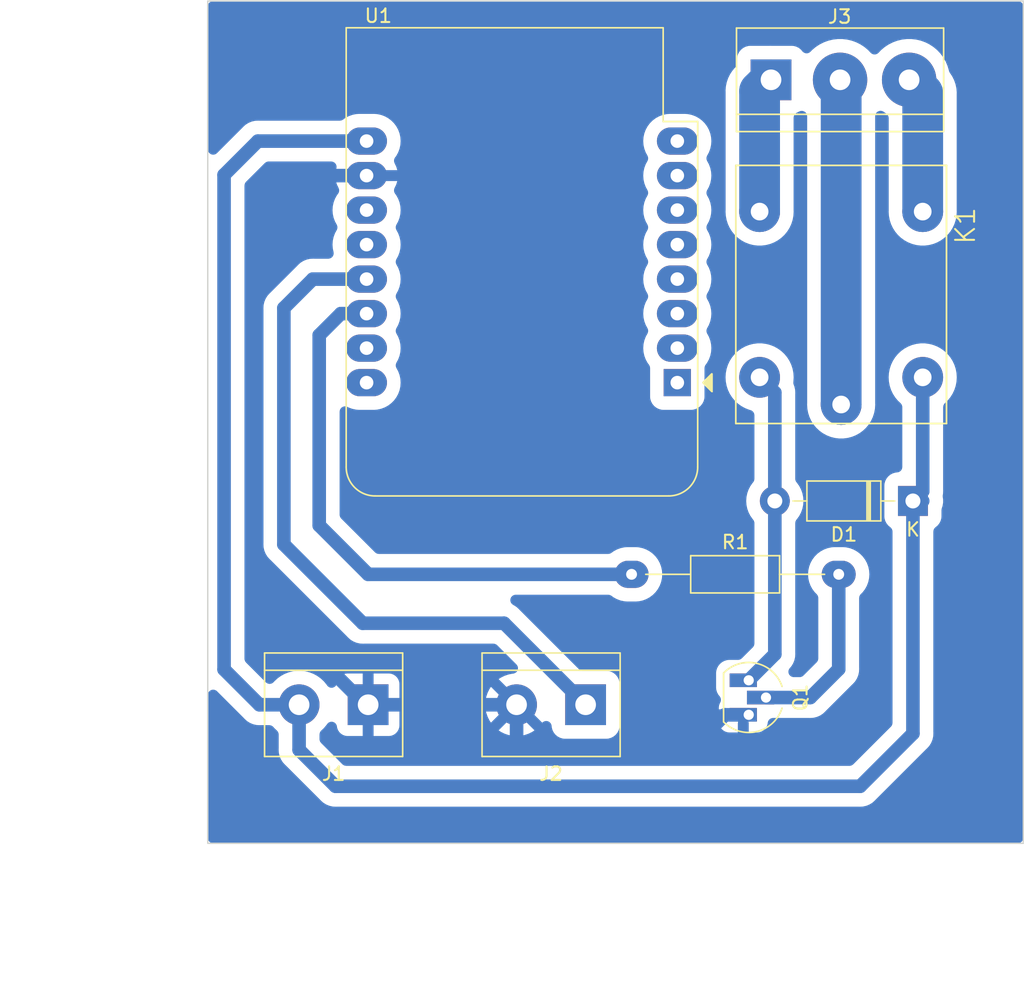
<source format=kicad_pcb>
(kicad_pcb (version 20221018) (generator pcbnew)
  (layers (0 "F.Cu" signal) (31 "B.Cu" signal) (34 "B.Paste" user) (35 "F.Paste" user) (36 "B.SilkS" user "B.Silkscreen") (37 "F.SilkS" user "F.Silkscreen") (38 "B.Mask" user) (39 "F.Mask" user) (44 "Edge.Cuts" user))
  (net 0 "")
  (net 1 "+5V")
  (net 2 "Net-(D1-A)")
  (net 3 "GND")
  (net 4 "Net-(J2-Pin_1)")
  (net 5 "Net-(J3-Pin_1)")
  (net 6 "Net-(J3-Pin_2)")
  (net 7 "Net-(J3-Pin_3)")
  (net 8 "Net-(Q1-B)")
  (net 9 "Net-(U1-SCL{slash}D1)")
  (footprint "JQC-3F-1C-24VDC:RELAY_JQC-3F-1C-24VDC" (layer "F.Cu") (at 120.6 73.6 -90)
    (fp_text reference "K1" (at -5.055 -9.139 90) (layer "F.SilkS") (effects (font (size 1.4 1.4))))
    (fp_text value "JQC-3F-1C-24VDC")
    (fp_line (start -9.5 -7.75) (end 9.5 -7.75) (stroke (width 0.127)) (layer "F.SilkS"))
    (fp_line (start -9.5 7.75) (end -9.5 -7.75) (stroke (width 0.127)) (layer "F.SilkS"))
    (fp_line (start 9.5 -7.75) (end 9.5 7.75) (stroke (width 0.127)) (layer "F.SilkS"))
    (fp_line (start 9.5 7.75) (end -9.5 7.75) (stroke (width 0.127)) (layer "F.SilkS"))
    (pad "COIL1" thru_hole circle (at 6.1 -6 270) (size 3 3) (drill 1.3) (layers "*.Cu" "*.Mask") (net 1 "+5V"))
    (pad "COIL2" thru_hole circle (at 6.1 6 270) (size 3 3) (drill 1.3) (layers "*.Cu" "*.Mask") (net 2 "Net-(D1-A)"))
    (pad "COM" thru_hole circle (at 8.1 0 270) (size 3 3) (drill 1.3) (layers "*.Cu" "*.Mask") (net 6 "Net-(J3-Pin_2)"))
    (pad "NC" thru_hole circle (at -6.1 6 270) (size 3 3) (drill 1.3) (layers "*.Cu" "*.Mask") (net 5 "Net-(J3-Pin_1)"))
    (pad "NO" thru_hole circle (at -6.1 -6 270) (size 3 3) (drill 1.3) (layers "*.Cu" "*.Mask") (net 7 "Net-(J3-Pin_3)"))
  )
  (footprint "Resistor_THT:R_Axial_DIN0207_L6.3mm_D2.5mm_P15.24mm_Horizontal" (layer "F.Cu") (at 105.18 94.2)
    (fp_text reference "R1" (at 7.62 -2.37) (layer "F.SilkS"))
    (fp_text value "4,7K")
    (fp_line (start 1.04 0) (end 4.35 0) (stroke (width 0.12)) (layer "F.SilkS"))
    (fp_line (start 4.35 -1.37) (end 4.35 1.37) (stroke (width 0.12)) (layer "F.SilkS"))
    (fp_line (start 4.35 1.37) (end 10.89 1.37) (stroke (width 0.12)) (layer "F.SilkS"))
    (fp_line (start 10.89 -1.37) (end 4.35 -1.37) (stroke (width 0.12)) (layer "F.SilkS"))
    (fp_line (start 10.89 1.37) (end 10.89 -1.37) (stroke (width 0.12)) (layer "F.SilkS"))
    (fp_line (start 14.2 0) (end 10.89 0) (stroke (width 0.12)) (layer "F.SilkS"))
    (pad "1" thru_hole oval (at 0 0) (size 2.5 2) (drill 0.8) (layers "*.Cu" "*.Mask") (net 9 "Net-(U1-SCL{slash}D1)"))
    (pad "2" thru_hole oval (at 15.24 0) (size 2.5 2) (drill 0.8) (layers "*.Cu" "*.Mask") (net 8 "Net-(Q1-B)"))
  )
  (footprint "TerminalBlock:TerminalBlock_bornier-2_P5.08mm" (layer "F.Cu") (at 101.8 103.8 180)
    (fp_text reference "J2" (at 2.54 -5.08) (layer "F.SilkS"))
    (fp_text value "CP-Signal & PP-GND")
    (fp_line (start -2.54 -3.81) (end -2.54 3.81) (stroke (width 0.12)) (layer "F.SilkS"))
    (fp_line (start -2.54 3.81) (end 7.62 3.81) (stroke (width 0.12)) (layer "F.SilkS"))
    (fp_line (start 7.62 -3.81) (end -2.54 -3.81) (stroke (width 0.12)) (layer "F.SilkS"))
    (fp_line (start 7.62 2.54) (end -2.54 2.54) (stroke (width 0.12)) (layer "F.SilkS"))
    (fp_line (start 7.62 3.81) (end 7.62 -3.81) (stroke (width 0.12)) (layer "F.SilkS"))
    (pad "1" thru_hole rect (at 0 0 180) (size 3 3) (drill 1.52) (layers "*.Cu" "*.Mask") (net 4 "Net-(J2-Pin_1)"))
    (pad "2" thru_hole circle (at 5.08 0 180) (size 3 3) (drill 1.52) (layers "*.Cu" "*.Mask") (net 3 "GND"))
  )
  (footprint "TerminalBlock:TerminalBlock_bornier-2_P5.08mm" (layer "F.Cu") (at 85.8 103.8 180)
    (fp_text reference "J1" (at 2.54 -5.08) (layer "F.SilkS"))
    (fp_text value "Voltage-IN")
    (fp_line (start -2.54 -3.81) (end -2.54 3.81) (stroke (width 0.12)) (layer "F.SilkS"))
    (fp_line (start -2.54 3.81) (end 7.62 3.81) (stroke (width 0.12)) (layer "F.SilkS"))
    (fp_line (start 7.62 -3.81) (end -2.54 -3.81) (stroke (width 0.12)) (layer "F.SilkS"))
    (fp_line (start 7.62 2.54) (end -2.54 2.54) (stroke (width 0.12)) (layer "F.SilkS"))
    (fp_line (start 7.62 3.81) (end 7.62 -3.81) (stroke (width 0.12)) (layer "F.SilkS"))
    (pad "1" thru_hole rect (at 0 0 180) (size 3 3) (drill 1.52) (layers "*.Cu" "*.Mask") (net 3 "GND"))
    (pad "2" thru_hole circle (at 5.08 0 180) (size 3 3) (drill 1.52) (layers "*.Cu" "*.Mask") (net 1 "+5V"))
  )
  (footprint "Diode_THT:D_DO-41_SOD81_P10.16mm_Horizontal" (layer "F.Cu") (at 125.88 88.8 180)
    (fp_text reference "D1" (at 5.08 -2.47) (layer "F.SilkS"))
    (fp_text value "1N4007")
    (fp_text user "K" (at 0 -2.1) (layer "F.SilkS"))
    (fp_line (start 1.34 0) (end 2.36 0) (stroke (width 0.12)) (layer "F.SilkS"))
    (fp_line (start 2.36 -1.47) (end 2.36 1.47) (stroke (width 0.12)) (layer "F.SilkS"))
    (fp_line (start 2.36 1.47) (end 7.8 1.47) (stroke (width 0.12)) (layer "F.SilkS"))
    (fp_line (start 3.14 -1.47) (end 3.14 1.47) (stroke (width 0.12)) (layer "F.SilkS"))
    (fp_line (start 3.26 -1.47) (end 3.26 1.47) (stroke (width 0.12)) (layer "F.SilkS"))
    (fp_line (start 3.38 -1.47) (end 3.38 1.47) (stroke (width 0.12)) (layer "F.SilkS"))
    (fp_line (start 7.8 -1.47) (end 2.36 -1.47) (stroke (width 0.12)) (layer "F.SilkS"))
    (fp_line (start 7.8 1.47) (end 7.8 -1.47) (stroke (width 0.12)) (layer "F.SilkS"))
    (fp_line (start 8.82 0) (end 7.8 0) (stroke (width 0.12)) (layer "F.SilkS"))
    (pad "1" thru_hole rect (at 0 0 180) (size 2.2 2.2) (drill 1.1) (layers "*.Cu" "*.Mask") (net 1 "+5V"))
    (pad "2" thru_hole oval (at 10.16 0 180) (size 2.2 2.2) (drill 1.1) (layers "*.Cu" "*.Mask") (net 2 "Net-(D1-A)"))
  )
  (footprint "Module:WEMOS_D1_mini_light" (layer "F.Cu") (at 108.545 80.09 180)
    (fp_text reference "U1" (at 22 27) (layer "F.SilkS"))
    (fp_text value "WeMos_D1_mini")
    (fp_line (start -1.5 19.22) (end -1.5 -6.21) (stroke (width 0.12)) (layer "F.SilkS"))
    (fp_line (start -1.5 19.22) (end 1.04 19.22) (stroke (width 0.12)) (layer "F.SilkS"))
    (fp_line (start 1.04 19.22) (end 1.04 26.12) (stroke (width 0.12)) (layer "F.SilkS"))
    (fp_line (start 1.04 26.12) (end 24.36 26.12) (stroke (width 0.12)) (layer "F.SilkS"))
    (fp_line (start 22.24 -8.34) (end 0.63 -8.34) (stroke (width 0.12)) (layer "F.SilkS"))
    (fp_line (start 24.36 26.12) (end 24.36 -6.21) (stroke (width 0.12)) (layer "F.SilkS"))
    (fp_arc (start -1.5 -6.21) (mid -0.876137 -7.716137) (end 0.63 -8.34) (stroke (width 0.12)) (layer "F.SilkS"))
    (fp_arc (start 22.23 -8.34) (mid 23.736137 -7.716137) (end 24.36 -6.21) (stroke (width 0.12)) (layer "F.SilkS"))
    (fp_poly (pts (xy -2.54 -0.635) (xy -2.54 0.635) (xy -1.905 0)) (stroke (width 0.15)) (fill solid) (layer "F.SilkS"))
    (pad "1" thru_hole rect (at 0 0 180) (size 2 2) (drill 1) (layers "*.Cu" "*.Mask"))
    (pad "2" thru_hole oval (at 0 2.54 180) (size 3 2) (drill 1) (layers "*.Cu" "*.Mask"))
    (pad "3" thru_hole oval (at 0 5.08 180) (size 3 2) (drill 1) (layers "*.Cu" "*.Mask"))
    (pad "4" thru_hole oval (at 0 7.62 180) (size 3 2) (drill 1) (layers "*.Cu" "*.Mask"))
    (pad "5" thru_hole oval (at 0 10.16 180) (size 3 2) (drill 1) (layers "*.Cu" "*.Mask"))
    (pad "6" thru_hole oval (at 0 12.7 180) (size 3 2) (drill 1) (layers "*.Cu" "*.Mask"))
    (pad "7" thru_hole oval (at 0 15.24 180) (size 3 2) (drill 1) (layers "*.Cu" "*.Mask"))
    (pad "8" thru_hole oval (at 0 17.78 180) (size 3 2) (drill 1) (layers "*.Cu" "*.Mask"))
    (pad "9" thru_hole oval (at 22.86 17.78 180) (size 3 2) (drill 1) (layers "*.Cu" "*.Mask") (net 1 "+5V"))
    (pad "10" thru_hole oval (at 22.86 15.24 180) (size 3 2) (drill 1) (layers "*.Cu" "*.Mask") (net 3 "GND"))
    (pad "11" thru_hole oval (at 22.86 12.7 180) (size 3 2) (drill 1) (layers "*.Cu" "*.Mask"))
    (pad "12" thru_hole oval (at 22.86 10.16 180) (size 3 2) (drill 1) (layers "*.Cu" "*.Mask"))
    (pad "13" thru_hole oval (at 22.86 7.62 180) (size 3 2) (drill 1) (layers "*.Cu" "*.Mask") (net 4 "Net-(J2-Pin_1)"))
    (pad "14" thru_hole oval (at 22.86 5.08 180) (size 3 2) (drill 1) (layers "*.Cu" "*.Mask") (net 9 "Net-(U1-SCL{slash}D1)"))
    (pad "15" thru_hole oval (at 22.86 2.54 180) (size 3 2) (drill 1) (layers "*.Cu" "*.Mask"))
    (pad "16" thru_hole oval (at 22.86 0 180) (size 3 2) (drill 1) (layers "*.Cu" "*.Mask"))
  )
  (footprint "Package_TO_SOT_THT:TO-92L_HandSolder" (layer "F.Cu") (at 113.8 102 -90)
    (fp_text reference "Q1" (at 1.27 -3.8 90) (layer "F.SilkS"))
    (fp_text value "BC547")
    (fp_line (start -0.53 1.85) (end 3.07 1.85) (stroke (width 0.12)) (layer "F.SilkS"))
    (fp_arc (start -0.541453 1.842156) (mid -1.247298 -0.581475) (end 0.45 -2.45) (stroke (width 0.12)) (layer "F.SilkS"))
    (fp_arc (start 2.05 -2.45) (mid 3.769931 -0.601036) (end 3.078445 1.827684) (stroke (width 0.12)) (layer "F.SilkS"))
    (pad "1" thru_hole rect (at 0 0 270) (size 1 2) (drill 0.75 (offset 0 0.4)) (layers "*.Cu" "*.Mask") (net 2 "Net-(D1-A)"))
    (pad "2" thru_hole rect (at 1.27 -1.27 270) (size 1 2) (drill 0.75 (offset 0 0.4)) (layers "*.Cu" "*.Mask") (net 8 "Net-(Q1-B)"))
    (pad "3" thru_hole rect (at 2.54 0 270) (size 1 2) (drill 0.75 (offset 0 0.4)) (layers "*.Cu" "*.Mask") (net 3 "GND"))
  )
  (footprint "TerminalBlock:TerminalBlock_bornier-3_P5.08mm" (layer "F.Cu") (at 115.44 57.8)
    (fp_text reference "J3" (at 5.05 -4.65) (layer "F.SilkS"))
    (fp_text value "Relay-Output")
    (fp_line (start -2.54 -3.81) (end 12.7 -3.81) (stroke (width 0.12)) (layer "F.SilkS"))
    (fp_line (start -2.54 2.54) (end 12.7 2.54) (stroke (width 0.12)) (layer "F.SilkS"))
    (fp_line (start -2.54 3.81) (end -2.54 -3.81) (stroke (width 0.12)) (layer "F.SilkS"))
    (fp_line (start -2.54 3.81) (end 12.7 3.81) (stroke (width 0.12)) (layer "F.SilkS"))
    (fp_line (start 12.7 3.81) (end 12.7 -3.81) (stroke (width 0.12)) (layer "F.SilkS"))
    (pad "1" thru_hole rect (at 0 0) (size 3 3) (drill 1.52) (layers "*.Cu" "*.Mask") (net 5 "Net-(J3-Pin_1)"))
    (pad "2" thru_hole circle (at 5.08 0) (size 4 4) (drill 1.52) (layers "*.Cu" "*.Mask") (net 6 "Net-(J3-Pin_2)"))
    (pad "3" thru_hole circle (at 10.16 0) (size 4 4) (drill 1.52) (layers "*.Cu" "*.Mask") (net 7 "Net-(J3-Pin_3)"))
  )
  (gr_rect (start 74 52) (end 134 114) (stroke (width 0.1)) (fill none) (layer "Edge.Cuts"))
  (segment (start 77.69 62.31) (end 75.2 64.8) (width 1) (layer "B.Cu") (net 1))
  (segment (start 80.72 107.12) (end 80.72 103.8) (width 1) (layer "B.Cu") (net 1))
  (segment (start 75.2 101.2) (end 77.8 103.8) (width 1) (layer "B.Cu") (net 1))
  (segment (start 83.4 109.8) (end 80.72 107.12) (width 1) (layer "B.Cu") (net 1))
  (segment (start 125.88 88.8) (end 126.6 88.8) (width 1) (layer "B.Cu") (net 1))
  (segment (start 77.8 103.8) (end 80.72 103.8) (width 1) (layer "B.Cu") (net 1))
  (segment (start 126.6 79.7) (end 126.6 88.08) (width 1) (layer "B.Cu") (net 1))
  (segment (start 122 109.8) (end 83.4 109.8) (width 1) (layer "B.Cu") (net 1))
  (segment (start 125.88 105.92) (end 122 109.8) (width 1) (layer "B.Cu") (net 1))
  (segment (start 126.6 88.08) (end 125.88 88.8) (width 1) (layer "B.Cu") (net 1))
  (segment (start 75.2 64.8) (end 75.2 101.2) (width 1) (layer "B.Cu") (net 1))
  (segment (start 85.685 62.31) (end 77.69 62.31) (width 1) (layer "B.Cu") (net 1))
  (segment (start 125.88 88.8) (end 125.88 105.92) (width 1) (layer "B.Cu") (net 1))
  (segment (start 115.72 100.08) (end 115.72 88.8) (width 1) (layer "B.Cu") (net 2))
  (segment (start 115.72 88.8) (end 115.72 80.82) (width 1) (layer "B.Cu") (net 2))
  (segment (start 113.8 102) (end 115.72 100.08) (width 1) (layer "B.Cu") (net 2))
  (segment (start 115.72 80.82) (end 114.6 79.7) (width 1) (layer "B.Cu") (net 2))
  (segment (start 85.685 64.85) (end 78.55 64.85) (width 1) (layer "B.Cu") (net 3))
  (segment (start 85.8 103.8) (end 96.72 103.8) (width 1) (layer "B.Cu") (net 3))
  (segment (start 112.06 104.54) (end 109.2 107.4) (width 1) (layer "B.Cu") (net 3))
  (segment (start 78.55 64.85) (end 77.4 66) (width 1) (layer "B.Cu") (net 3))
  (segment (start 85.6 103.8) (end 85.8 103.8) (width 1) (layer "B.Cu") (net 3))
  (segment (start 113.8 104.54) (end 112.06 104.54) (width 1) (layer "B.Cu") (net 3))
  (segment (start 96.72 106.52) (end 96.72 103.8) (width 1) (layer "B.Cu") (net 3))
  (segment (start 77.4 95.6) (end 85.6 103.8) (width 1) (layer "B.Cu") (net 3))
  (segment (start 97.6 107.4) (end 96.72 106.52) (width 1) (layer "B.Cu") (net 3))
  (segment (start 109.2 107.4) (end 97.6 107.4) (width 1) (layer "B.Cu") (net 3))
  (segment (start 77.4 66) (end 77.4 95.6) (width 1) (layer "B.Cu") (net 3))
  (segment (start 81.73 72.47) (end 79.6 74.6) (width 1) (layer "B.Cu") (net 4))
  (segment (start 79.6 74.6) (end 79.6 92) (width 1) (layer "B.Cu") (net 4))
  (segment (start 95.8 97.8) (end 101.8 103.8) (width 1) (layer "B.Cu") (net 4))
  (segment (start 85.4 97.8) (end 95.8 97.8) (width 1) (layer "B.Cu") (net 4))
  (segment (start 85.685 72.47) (end 81.73 72.47) (width 1) (layer "B.Cu") (net 4))
  (segment (start 79.6 92) (end 85.4 97.8) (width 1) (layer "B.Cu") (net 4))
  (segment (start 114.6 67.5) (end 114.6 58.64) (width 3) (layer "B.Cu") (net 5))
  (segment (start 114.6 58.64) (end 115.44 57.8) (width 3) (layer "B.Cu") (net 5))
  (segment (start 120.6 81.7) (end 120.6 57.88) (width 3) (layer "B.Cu") (net 6))
  (segment (start 120.6 57.88) (end 120.52 57.8) (width 3) (layer "B.Cu") (net 6))
  (segment (start 126.6 67.5) (end 126.6 58.8) (width 3) (layer "B.Cu") (net 7))
  (segment (start 126.6 58.8) (end 125.6 57.8) (width 3) (layer "B.Cu") (net 7))
  (segment (start 120.42 101.18) (end 120.42 94.2) (width 1) (layer "B.Cu") (net 8))
  (segment (start 118.33 103.27) (end 120.42 101.18) (width 1) (layer "B.Cu") (net 8))
  (segment (start 115.07 103.27) (end 118.33 103.27) (width 1) (layer "B.Cu") (net 8))
  (segment (start 83.79 75.01) (end 82.2 76.6) (width 1) (layer "B.Cu") (net 9))
  (segment (start 82.2 76.6) (end 82.2 90.6) (width 1) (layer "B.Cu") (net 9))
  (segment (start 82.2 90.6) (end 85.8 94.2) (width 1) (layer "B.Cu") (net 9))
  (segment (start 85.8 94.2) (end 105.18 94.2) (width 1) (layer "B.Cu") (net 9))
  (segment (start 85.685 75.01) (end 83.79 75.01) (width 1) (layer "B.Cu") (net 9))
  (zone (net 3) (net_name "GND") (layer "B.Cu") (connect_pads thru_hole_only (clearance 1)) (min_thickness 0.8) (fill yes (thermal_gap 0.8) (thermal_bridge_width 0.8))
    (polygon (pts (xy 74 52) (xy 134 52) (xy 134 114) (xy 74 114)))
  )
)
</source>
